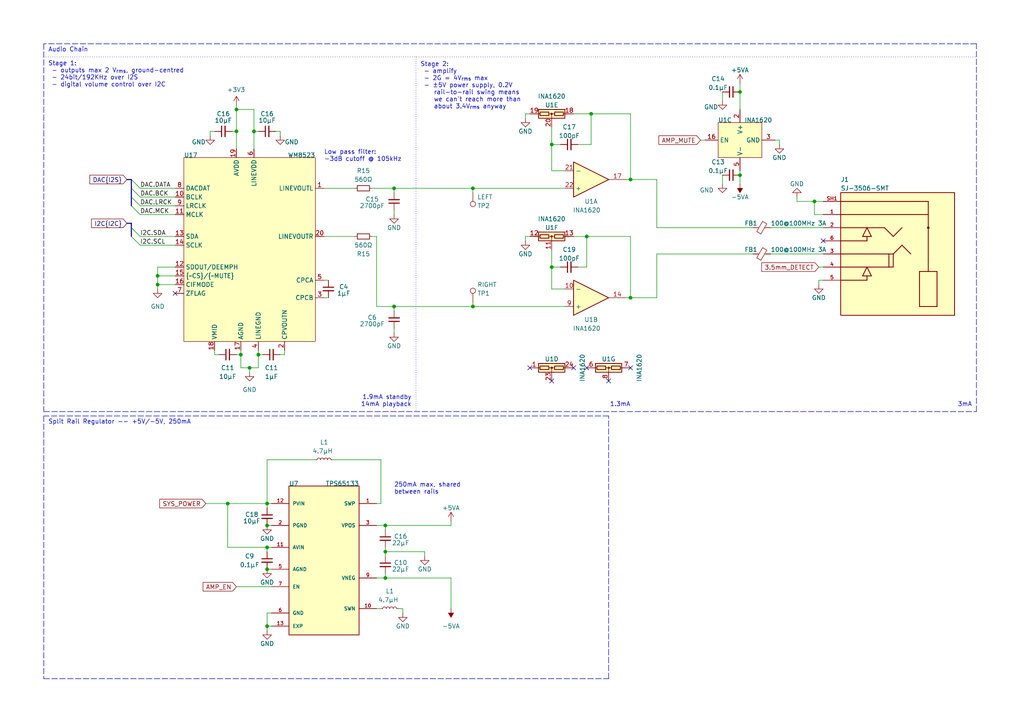
<source format=kicad_sch>
(kicad_sch (version 20230121) (generator eeschema)
  (paper "A4")
  (title_block (title "TANGARA") (date "2023-05-30") (rev "4") (company "made by jacqueline") (comment 1 "SPDX-License-Identifier: CERN-OHL-S-2.0"))
  (lib_symbols
    (symbol "Connector:TestPoint" (pin_numbers hide) (pin_names (offset 0.762) hide)
      (property "Reference" "TP" (at 0 6.858 0))
      (property "Value" "TestPoint" (at 0 5.08 0))
      (symbol "TestPoint_0_1"
        (circle (center 0 3.302) (radius 0.762))
      )
      (symbol "TestPoint_1_1"
        (pin passive line (at 0 0 90) (length 2.54) (name "1") (number "1"))
      )
    )
    (symbol "Device:C_Small" (pin_numbers hide) (pin_names (offset 0.254) hide)
      (property "Reference" "C" (at 0.254 1.778 0))
      (property "Value" "C_Small" (at 0.254 -2.032 0))
      (symbol "C_Small_0_1"
        (polyline (pts (xy -1.524 -0.508) (xy 1.524 -0.508)) (stroke (width 0.3302)))
        (polyline (pts (xy -1.524 0.508) (xy 1.524 0.508)) (stroke (width 0.3048)))
      )
      (symbol "C_Small_1_1"
        (pin passive line (at 0 2.54 270) (length 2.032) (name "~") (number "1"))
        (pin passive line (at 0 -2.54 90) (length 2.032) (name "~") (number "2"))
      )
    )
    (symbol "Device:Ferrite_Bead_Small" (pin_numbers hide) (pin_names (offset 0))
      (property "Reference" "FB" (at 1.905 1.27 0))
      (property "Value" "Device_Ferrite_Bead_Small" (at 1.905 -1.27 0))
      (symbol "Ferrite_Bead_Small_0_1"
        (polyline (pts (xy 0 -1.27) (xy 0 -0.7874)))
        (polyline (pts (xy 0 0.889) (xy 0 1.2954)))
        (polyline (pts (xy -1.8288 0.2794) (xy -1.1176 1.4986) (xy 1.8288 -0.2032) (xy 1.1176 -1.4224) (xy -1.8288 0.2794)))
      )
      (symbol "Ferrite_Bead_Small_1_1"
        (pin passive line (at 0 2.54 270) (length 1.27) (name "~") (number "1"))
        (pin passive line (at 0 -2.54 90) (length 1.27) (name "~") (number "2"))
      )
    )
    (symbol "Device:L_Small" (pin_numbers hide) (pin_names (offset 0.254) hide)
      (property "Reference" "L" (at 0.762 1.016 0))
      (property "Value" "L_Small" (at 0.762 -1.016 0))
      (symbol "L_Small_0_1"
        (arc (start 0 -2.032) (mid 0.5058 -1.524) (end 0 -1.016))
        (arc (start 0 -1.016) (mid 0.5058 -0.508) (end 0 0))
        (arc (start 0 0) (mid 0.5058 0.508) (end 0 1.016))
        (arc (start 0 1.016) (mid 0.5058 1.524) (end 0 2.032))
      )
      (symbol "L_Small_1_1"
        (pin passive line (at 0 2.54 270) (length 0.508) (name "~") (number "1"))
        (pin passive line (at 0 -2.54 90) (length 0.508) (name "~") (number "2"))
      )
    )
    (symbol "Device:R_Small" (pin_numbers hide) (pin_names (offset 0.254) hide)
      (property "Reference" "R" (at 0.762 0.508 0))
      (property "Value" "R_Small" (at 0.762 -1.016 0))
      (symbol "R_Small_0_1"
        (rectangle (start -0.762 1.778) (end 0.762 -1.778) (stroke (width 0.2032)))
      )
      (symbol "R_Small_1_1"
        (pin passive line (at 0 2.54 270) (length 0.762) (name "~") (number "1"))
        (pin passive line (at 0 -2.54 90) (length 0.762) (name "~") (number "2"))
      )
    )
    (symbol "power:+3V3" (power) (pin_names (offset 0))
      (property "Value" "+3V3" (at 0 3.556 0))
      (symbol "+3V3_0_1"
        (polyline (pts (xy -0.762 1.27) (xy 0 2.54)))
        (polyline (pts (xy 0 0) (xy 0 2.54)))
        (polyline (pts (xy 0 2.54) (xy 0.762 1.27)))
      )
      (symbol "+3V3_1_1"
        (pin power_in line (at 0 0 90) (length 0) hide (name "+3V3") (number "1"))
      )
    )
    (symbol "power:+5VA" (power) (pin_names (offset 0))
      (property "Value" "+5VA" (at 0 3.556 0))
      (symbol "+5VA_0_1"
        (polyline (pts (xy -0.762 1.27) (xy 0 2.54)))
        (polyline (pts (xy 0 0) (xy 0 2.54)))
        (polyline (pts (xy 0 2.54) (xy 0.762 1.27)))
      )
      (symbol "+5VA_1_1"
        (pin power_in line (at 0 0 90) (length 0) hide (name "+5VA") (number "1"))
      )
    )
    (symbol "power:-5VA" (power) (pin_names (offset 0))
      (property "Value" "-5VA" (at 0 3.81 0))
      (symbol "-5VA_0_0"
        (pin power_in line (at 0 0 90) (length 0) hide (name "-5VA") (number "1"))
      )
      (symbol "-5VA_0_1"
        (polyline (pts (xy 0 0) (xy 0 1.27) (xy 0.762 1.27) (xy 0 2.54) (xy -0.762 1.27) (xy 0 1.27)) (fill (type outline)))
      )
    )
    (symbol "power:GND" (power) (pin_names (offset 0))
      (property "Value" "GND" (at 0 -3.81 0))
      (symbol "GND_0_1"
        (polyline (pts (xy 0 0) (xy 0 -1.27) (xy 1.27 -1.27) (xy 0 -2.54) (xy -1.27 -1.27) (xy 0 -1.27)))
      )
      (symbol "GND_1_1"
        (pin power_in line (at 0 0 270) (length 0) hide (name "GND") (number "1"))
      )
    )
    (symbol "symbols:INA1620"
      (property "Reference" "U" (at -3.81 7.62 0))
      (symbol "INA1620_1_1"
        (polyline (pts (xy 6.35 0) (xy -3.81 5.08) (xy -3.81 -5.08) (xy 6.35 0)) (stroke (width 0.254)) (fill (type background)))
        (pin output line (at 11.43 0 180) (length 5.08) (name "") (number "17"))
        (pin input line (at -6.35 -2.54 0) (length 2.54) (name "-") (number "21"))
        (pin input line (at -6.35 2.54 0) (length 2.54) (name "+") (number "22"))
      )
      (symbol "INA1620_2_1"
        (polyline (pts (xy 6.35 0) (xy -3.81 5.08) (xy -3.81 -5.08) (xy 6.35 0)) (stroke (width 0.254)) (fill (type background)))
        (pin input line (at -6.35 -2.54 0) (length 2.54) (name "-") (number "10"))
        (pin output line (at 11.43 0 180) (length 5.08) (name "") (number "14"))
        (pin input line (at -6.35 2.54 0) (length 2.54) (name "+") (number "9"))
      )
      (symbol "INA1620_3_1"
        (rectangle (start -6.35 5.08) (end 6.35 -5.08) (fill (type background)))
        (pin no_connect line (at -6.35 1.27 0) (length 3.81) hide (name "NC") (number "15"))
        (pin power_in line (at -10.16 0 0) (length 3.81) (name "EN") (number "16"))
        (pin power_in line (at 0 8.89 270) (length 3.81) (name "V+") (number "2"))
        (pin power_in line (at 0 -8.89 90) (length 3.81) hide (name "EP") (number "25"))
        (pin power_in line (at 10.16 0 180) (length 3.81) (name "GND") (number "3"))
        (pin no_connect line (at -6.35 -1.27 0) (length 3.81) hide (name "NC") (number "4"))
        (pin power_in line (at 0 -8.89 90) (length 3.81) (name "V-") (number "5"))
      )
      (symbol "INA1620_4_1"
        (rectangle (start -1.27 3.81) (end 1.27 -3.81) (stroke (width 0.254)) (fill (type background)))
        (rectangle (start -0.508 -0.8382) (end 0.508 -3.3782) (stroke (width 0.254)))
        (rectangle (start -0.508 3.3782) (end 0.508 0.8382) (stroke (width 0.254)))
        (polyline (pts (xy 0 -5.08) (xy 0 -3.429)))
        (polyline (pts (xy 0 0.889) (xy 0 -0.889)))
        (polyline (pts (xy 0 5.08) (xy 0 3.3782)))
        (polyline (pts (xy 1.27 0) (xy 0 0)))
        (circle (center 0 0.0254) (radius 0.254) (fill (type outline)))
        (pin passive line (at 0 -6.35 90) (length 2.54) (name "~") (number "1"))
        (pin passive line (at 3.81 0 180) (length 2.54) (name "~") (number "23"))
        (pin passive line (at 0 6.35 270) (length 2.54) (name "") (number "24"))
      )
      (symbol "INA1620_5_1"
        (rectangle (start -1.27 3.81) (end 1.27 -3.81) (stroke (width 0.254)) (fill (type background)))
        (rectangle (start -0.508 -0.8382) (end 0.508 -3.3782) (stroke (width 0.254)))
        (rectangle (start -0.508 3.3782) (end 0.508 0.8382) (stroke (width 0.254)))
        (polyline (pts (xy 0 -5.08) (xy 0 -3.429)))
        (polyline (pts (xy 0 0.889) (xy 0 -0.889)))
        (polyline (pts (xy 0 5.08) (xy 0 3.3782)))
        (polyline (pts (xy 1.27 0) (xy 0 0)))
        (circle (center 0 0.0254) (radius 0.254) (fill (type outline)))
        (pin passive line (at 0 -6.35 90) (length 2.54) (name "~") (number "18"))
        (pin passive line (at 0 6.35 270) (length 2.54) (name "~") (number "19"))
        (pin passive line (at 3.81 0 180) (length 2.54) (name "~") (number "20"))
      )
      (symbol "INA1620_6_1"
        (rectangle (start -1.27 3.81) (end 1.27 -3.81) (stroke (width 0.254)) (fill (type background)))
        (rectangle (start -0.508 -0.8382) (end 0.508 -3.3782) (stroke (width 0.254)))
        (rectangle (start -0.508 3.3782) (end 0.508 0.8382) (stroke (width 0.254)))
        (polyline (pts (xy 0 -5.08) (xy 0 -3.429)))
        (polyline (pts (xy 0 0.889) (xy 0 -0.889)))
        (polyline (pts (xy 0 5.08) (xy 0 3.3782)))
        (polyline (pts (xy 1.27 0) (xy 0 0)))
        (circle (center 0 0.0254) (radius 0.254) (fill (type outline)))
        (pin passive line (at 3.81 0 180) (length 2.54) (name "~") (number "11"))
        (pin passive line (at 0 6.35 270) (length 2.54) (name "~") (number "12"))
        (pin passive line (at 0 -6.35 90) (length 2.54) (name "~") (number "13"))
      )
      (symbol "INA1620_7_1"
        (rectangle (start -1.27 3.81) (end 1.27 -3.81) (stroke (width 0.254)) (fill (type background)))
        (rectangle (start -0.508 -0.8382) (end 0.508 -3.3782) (stroke (width 0.254)))
        (rectangle (start -0.508 3.3782) (end 0.508 0.8382) (stroke (width 0.254)))
        (polyline (pts (xy 0 -5.08) (xy 0 -3.429)))
        (polyline (pts (xy 0 0.889) (xy 0 -0.889)))
        (polyline (pts (xy 0 5.08) (xy 0 3.3782)))
        (polyline (pts (xy 1.27 0) (xy 0 0)))
        (circle (center 0 0.0254) (radius 0.254) (fill (type outline)))
        (pin passive line (at 0 -6.35 90) (length 2.54) (name "~") (number "6"))
        (pin passive line (at 0 6.35 270) (length 2.54) (name "~") (number "7"))
        (pin passive line (at 3.81 0 180) (length 2.54) (name "~") (number "8"))
      )
    )
    (symbol "symbols:SJ-3506-SMT" (pin_names (offset 1.016))
      (property "Reference" "J" (at -17.783 17.7838 0))
      (property "Value" "SJ-3506-SMT" (at -17.7835 -25.4051 0))
      (symbol "SJ-3506-SMT_0_0"
        (rectangle (start -17.78 17.78) (end 15.24 -17.78) (stroke (width 0.254)) (fill (type background)))
        (circle (center -10.16 7.62) (radius 0.254) (stroke (width 0.254)))
        (polyline (pts (xy -12.7 -15.24) (xy -7.62 -15.24)) (stroke (width 0.254)))
        (polyline (pts (xy -12.7 -5.08) (xy -12.7 -15.24)) (stroke (width 0.254)))
        (polyline (pts (xy -10.16 -5.08) (xy -12.7 -5.08)) (stroke (width 0.254)))
        (polyline (pts (xy -10.16 -5.08) (xy -10.16 7.62)) (stroke (width 0.254)))
        (polyline (pts (xy -10.16 7.62) (xy -10.16 15.24)) (stroke (width 0.254)))
        (polyline (pts (xy -10.16 11.43) (xy 15.24 11.43)) (stroke (width 0.254)))
        (polyline (pts (xy -10.16 15.24) (xy 15.24 15.24)) (stroke (width 0.254)))
        (polyline (pts (xy -7.62 -15.24) (xy -7.62 -5.08)) (stroke (width 0.254)))
        (polyline (pts (xy -7.62 -5.08) (xy -10.16 -5.08)) (stroke (width 0.254)))
        (polyline (pts (xy -5.08 0) (xy -2.54 2.54)) (stroke (width 0.254)))
        (polyline (pts (xy -2.54 2.54) (xy 0 0)) (stroke (width 0.254)))
        (polyline (pts (xy -2.54 7.62) (xy 0 5.08)) (stroke (width 0.254)))
        (polyline (pts (xy 0 -3.81) (xy 1.27 -3.81)) (stroke (width 0.254)))
        (polyline (pts (xy 0 0) (xy 0 -3.81)) (stroke (width 0.254)))
        (polyline (pts (xy 0 0) (xy 1.27 0)) (stroke (width 0.254)))
        (polyline (pts (xy 0 5.08) (xy 2.54 7.62)) (stroke (width 0.254)))
        (polyline (pts (xy 1.27 -3.81) (xy 15.24 -3.81)) (stroke (width 0.254)))
        (polyline (pts (xy 1.27 0) (xy 1.27 -3.81)) (stroke (width 0.254)))
        (polyline (pts (xy 1.27 0) (xy 15.24 0)) (stroke (width 0.254)))
        (polyline (pts (xy 2.54 7.62) (xy 7.62 7.62)) (stroke (width 0.254)))
        (polyline (pts (xy 6.35 -6.35) (xy 8.89 -6.35)) (stroke (width 0.254)))
        (polyline (pts (xy 6.35 5.08) (xy 8.89 5.08)) (stroke (width 0.254)))
        (polyline (pts (xy 7.62 -7.62) (xy 7.62 -6.35)) (stroke (width 0.254)))
        (polyline (pts (xy 7.62 -7.62) (xy 15.24 -7.62)) (stroke (width 0.254)))
        (polyline (pts (xy 7.62 -3.81) (xy 6.35 -6.35)) (stroke (width 0.254)))
        (polyline (pts (xy 7.62 3.81) (xy 15.24 3.81)) (stroke (width 0.254)))
        (polyline (pts (xy 7.62 5.08) (xy 7.62 3.81)) (stroke (width 0.254)))
        (polyline (pts (xy 7.62 7.62) (xy 6.35 5.08)) (stroke (width 0.254)))
        (polyline (pts (xy 7.62 7.62) (xy 15.24 7.62)) (stroke (width 0.254)))
        (polyline (pts (xy 8.89 -6.35) (xy 7.62 -3.81)) (stroke (width 0.254)))
        (polyline (pts (xy 8.89 5.08) (xy 7.62 7.62)) (stroke (width 0.254)))
        (pin passive line (at 20.32 11.43 180) (length 5.08) (name "~") (number "1"))
        (pin passive line (at 20.32 7.62 180) (length 5.08) (name "~") (number "2"))
        (pin passive line (at 20.32 0 180) (length 5.08) (name "~") (number "3"))
        (pin passive line (at 20.32 -3.81 180) (length 5.08) (name "~") (number "4"))
        (pin passive line (at 20.32 -7.62 180) (length 5.08) (name "~") (number "5"))
        (pin passive line (at 20.32 3.81 180) (length 5.08) (name "~") (number "6"))
        (pin passive line (at 20.32 15.24 180) (length 5.08) (name "~") (number "SH1"))
        (pin passive line (at 20.32 15.24 180) (length 5.08) hide (name "~") (number "SH2"))
      )
    )
    (symbol "symbols:TPS65135RTER" (pin_names (offset 1.016))
      (property "Reference" "U" (at -10.16 23.622 0))
      (property "Value" "TPS65135RTER" (at -10.16 -22.86 0))
      (symbol "TPS65135RTER_0_0"
        (rectangle (start -10.16 22.86) (end 10.16 -20.32) (stroke (width 0.254)) (fill (type background)))
        (pin bidirectional line (at 15.24 17.78 180) (length 5.08) (name "SWP") (number "1"))
        (pin bidirectional line (at 15.24 -12.7 180) (length 5.08) (name "SWN") (number "10"))
        (pin bidirectional line (at -15.24 5.08 0) (length 5.08) (name "AVIN") (number "11"))
        (pin bidirectional line (at -15.24 17.78 0) (length 5.08) (name "PVIN") (number "12"))
        (pin power_in line (at -15.24 -17.78 0) (length 5.08) (name "EXP") (number "13"))
        (pin power_in line (at -15.24 11.43 0) (length 5.08) (name "PGND") (number "2"))
        (pin output line (at 15.24 11.43 180) (length 5.08) (name "VPOS") (number "3"))
        (pin power_in line (at -15.24 -13.97 0) (length 5.08) hide (name "GND") (number "4"))
        (pin input line (at -15.24 -1.27 0) (length 5.08) (name "AGND") (number "5"))
        (pin power_in line (at -15.24 -13.97 0) (length 5.08) (name "GND") (number "6"))
        (pin input line (at -15.24 -6.35 0) (length 5.08) (name "EN") (number "7"))
        (pin output line (at -15.24 -13.97 0) (length 5.08) hide (name "GND") (number "8"))
        (pin output line (at 15.24 -3.81 180) (length 5.08) (name "VNEG") (number "9"))
      )
    )
    (symbol "symbols:WM8523"
      (property "Reference" "U" (at -3.81 5.08 0))
      (symbol "WM8523_0_0"
        (pin output line (at 21.59 16.51 180) (length 2.54) (name "LINEVOUTL") (number "1"))
        (pin output line (at -21.59 13.97 0) (length 2.54) (name "BCLK") (number "10"))
        (pin output line (at -21.59 8.89 0) (length 2.54) (name "MCLK") (number "11"))
        (pin output line (at -21.59 -6.35 0) (length 2.54) (name "SDOUT/DEEMPH") (number "12"))
        (pin output line (at -21.59 2.54 0) (length 2.54) (name "SDA") (number "13"))
        (pin output line (at -21.59 0 0) (length 2.54) (name "SCLK") (number "14"))
        (pin output line (at -21.59 -8.89 0) (length 2.54) (name "{~CS}/{~MUTE}") (number "15"))
        (pin output line (at -21.59 -11.43 0) (length 2.54) (name "CIFMODE") (number "16"))
        (pin output line (at -2.54 -30.48 90) (length 2.54) (name "AGND") (number "17"))
        (pin output line (at -10.16 -30.48 90) (length 2.54) (name "VMID") (number "18"))
        (pin output line (at -3.81 27.94 270) (length 2.54) (name "AVDD") (number "19"))
        (pin output line (at 10.16 -30.48 90) (length 2.54) (name "CPVOUTN") (number "2"))
        (pin output line (at 21.59 2.54 180) (length 2.54) (name "LINEVOUTR") (number "20"))
        (pin output line (at 21.59 -15.24 180) (length 2.54) (name "CPCB") (number "3"))
        (pin output line (at 2.54 -30.48 90) (length 2.54) (name "LINEGND") (number "4"))
        (pin output line (at 21.59 -10.16 180) (length 2.54) (name "CPCA") (number "5"))
        (pin output line (at 1.27 27.94 270) (length 2.54) (name "LINEVDD") (number "6"))
        (pin output line (at -21.59 -13.97 0) (length 2.54) (name "ZFLAG") (number "7"))
        (pin output line (at -21.59 16.51 0) (length 2.54) (name "DACDAT") (number "8"))
        (pin output line (at -21.59 11.43 0) (length 2.54) (name "LRCLK") (number "9"))
      )
      (symbol "WM8523_0_1"
        (rectangle (start -19.05 25.4) (end 19.05 -27.94) (fill (type background)))
      )
    )
  )
  (junction (at 236.22 58.42))
  (junction (at 137.16 88.9))
  (junction (at 68.58 31.75))
  (junction (at 45.72 80.01))
  (junction (at 74.93 102.87))
  (junction (at 66.04 146.05))
  (junction (at 77.47 181.61))
  (junction (at 171.45 33.02))
  (junction (at 111.76 167.64))
  (junction (at 77.47 165.1))
  (junction (at 77.47 152.4))
  (junction (at 214.63 26.67))
  (junction (at 77.47 158.75))
  (junction (at 214.63 50.8))
  (junction (at 73.66 38.1))
  (junction (at 137.16 54.61))
  (junction (at 160.02 77.47))
  (junction (at 182.88 86.36))
  (junction (at 68.58 38.1))
  (junction (at 111.76 152.4))
  (junction (at 160.02 41.91))
  (junction (at 111.76 160.02))
  (junction (at 72.39 106.68))
  (junction (at 77.47 146.05))
  (junction (at 69.85 102.87))
  (junction (at 182.88 52.07))
  (junction (at 170.18 68.58))
  (junction (at 114.3 88.9))
  (junction (at 45.72 82.55))
  (junction (at 114.3 54.61))
  (no_connect (at 166.37 106.68))
  (no_connect (at 50.8 85.09))
  (no_connect (at 153.67 106.68))
  (no_connect (at 182.88 106.68))
  (no_connect (at 170.18 106.68))
  (no_connect (at 238.76 69.85))
  (no_connect (at 176.53 110.49))
  (no_connect (at 160.02 110.49))
  (bus_entry (at 38.1 52.07) (size 2.54 2.54))
  (bus_entry (at 38.1 59.69) (size 2.54 2.54))
  (bus_entry (at 40.64 71.12) (size -2.54 -2.54))
  (bus_entry (at 38.1 57.15) (size 2.54 2.54))
  (bus_entry (at 38.1 54.61) (size 2.54 2.54))
  (bus_entry (at 40.64 68.58) (size -2.54 -2.54))
  (wire (pts (xy 109.22 146.05) (xy 110.49 146.05)))
  (polyline (pts (xy 12.7 16.51) (xy 283.21 16.51)) (stroke (width 0) (type dot)))
  (bus (pts (xy 38.1 54.61) (xy 38.1 57.15)))
  (wire (pts (xy 182.88 68.58) (xy 182.88 86.36)))
  (wire (pts (xy 68.58 31.75) (xy 68.58 38.1)))
  (wire (pts (xy 82.55 102.87) (xy 81.28 102.87)))
  (polyline (pts (xy 283.21 12.7) (xy 12.7 12.7)) (stroke (width 0) (type dash)))
  (polyline (pts (xy 283.21 119.38) (xy 283.21 12.7)) (stroke (width 0) (type dash)))
  (wire (pts (xy 181.61 86.36) (xy 182.88 86.36)))
  (wire (pts (xy 181.61 52.07) (xy 182.88 52.07)))
  (wire (pts (xy 160.02 77.47) (xy 160.02 83.82)))
  (polyline (pts (xy 120.65 16.51) (xy 120.65 119.38)) (stroke (width 0) (type dot)))
  (wire (pts (xy 40.64 68.58) (xy 50.8 68.58)))
  (wire (pts (xy 77.47 133.35) (xy 91.44 133.35)))
  (wire (pts (xy 110.49 176.53) (xy 109.22 176.53)))
  (wire (pts (xy 62.23 102.87) (xy 63.5 102.87)))
  (wire (pts (xy 93.98 54.61) (xy 102.87 54.61)))
  (wire (pts (xy 160.02 72.39) (xy 160.02 77.47)))
  (wire (pts (xy 170.18 77.47) (xy 170.18 68.58)))
  (wire (pts (xy 226.06 40.64) (xy 224.79 40.64)))
  (wire (pts (xy 73.66 31.75) (xy 68.58 31.75)))
  (wire (pts (xy 66.04 158.75) (xy 66.04 146.05)))
  (wire (pts (xy 237.49 77.47) (xy 238.76 77.47)))
  (wire (pts (xy 160.02 83.82) (xy 163.83 83.82)))
  (wire (pts (xy 190.5 66.04) (xy 218.44 66.04)))
  (wire (pts (xy 231.14 58.42) (xy 231.14 57.15)))
  (wire (pts (xy 45.72 80.01) (xy 45.72 82.55)))
  (wire (pts (xy 214.63 49.53) (xy 214.63 50.8)))
  (wire (pts (xy 50.8 77.47) (xy 45.72 77.47)))
  (wire (pts (xy 190.5 52.07) (xy 182.88 52.07)))
  (wire (pts (xy 114.3 62.23) (xy 114.3 60.96)))
  (wire (pts (xy 62.23 101.6) (xy 62.23 102.87)))
  (wire (pts (xy 116.84 176.53) (xy 116.84 177.8)))
  (wire (pts (xy 77.47 147.32) (xy 77.47 146.05)))
  (wire (pts (xy 68.58 38.1) (xy 68.58 43.18)))
  (wire (pts (xy 167.64 41.91) (xy 171.45 41.91)))
  (wire (pts (xy 110.49 146.05) (xy 110.49 133.35)))
  (wire (pts (xy 40.64 54.61) (xy 50.8 54.61)))
  (wire (pts (xy 111.76 152.4) (xy 111.76 153.67)))
  (wire (pts (xy 166.37 33.02) (xy 171.45 33.02)))
  (polyline (pts (xy 176.53 120.65) (xy 12.7 120.65)) (stroke (width 0) (type dash)))
  (wire (pts (xy 77.47 182.88) (xy 77.47 181.61)))
  (wire (pts (xy 93.98 68.58) (xy 102.87 68.58)))
  (wire (pts (xy 130.81 167.64) (xy 111.76 167.64)))
  (wire (pts (xy 68.58 30.48) (xy 68.58 31.75)))
  (bus (pts (xy 36.83 64.77) (xy 38.1 64.77)))
  (wire (pts (xy 69.85 102.87) (xy 68.58 102.87)))
  (wire (pts (xy 77.47 146.05) (xy 77.47 133.35)))
  (wire (pts (xy 114.3 96.52) (xy 114.3 95.25)))
  (wire (pts (xy 160.02 36.83) (xy 160.02 41.91)))
  (wire (pts (xy 62.23 38.1) (xy 60.96 38.1)))
  (wire (pts (xy 137.16 88.9) (xy 163.83 88.9)))
  (wire (pts (xy 153.67 68.58) (xy 152.4 68.58)))
  (wire (pts (xy 69.85 106.68) (xy 69.85 102.87)))
  (wire (pts (xy 95.25 86.36) (xy 93.98 86.36)))
  (wire (pts (xy 81.28 38.1) (xy 80.01 38.1)))
  (wire (pts (xy 74.93 106.68) (xy 72.39 106.68)))
  (wire (pts (xy 111.76 160.02) (xy 111.76 161.29)))
  (wire (pts (xy 130.81 151.13) (xy 130.81 152.4)))
  (wire (pts (xy 231.14 58.42) (xy 236.22 58.42)))
  (wire (pts (xy 69.85 101.6) (xy 69.85 102.87)))
  (wire (pts (xy 74.93 102.87) (xy 76.2 102.87)))
  (wire (pts (xy 171.45 33.02) (xy 182.88 33.02)))
  (wire (pts (xy 81.28 39.37) (xy 81.28 38.1)))
  (wire (pts (xy 111.76 152.4) (xy 130.81 152.4)))
  (wire (pts (xy 137.16 87.63) (xy 137.16 88.9)))
  (wire (pts (xy 74.93 102.87) (xy 74.93 106.68)))
  (wire (pts (xy 109.22 152.4) (xy 111.76 152.4)))
  (wire (pts (xy 40.64 71.12) (xy 50.8 71.12)))
  (wire (pts (xy 238.76 81.28) (xy 237.49 81.28)))
  (wire (pts (xy 170.18 68.58) (xy 182.88 68.58)))
  (wire (pts (xy 77.47 181.61) (xy 78.74 181.61)))
  (wire (pts (xy 72.39 106.68) (xy 69.85 106.68)))
  (wire (pts (xy 203.2 40.64) (xy 204.47 40.64)))
  (wire (pts (xy 109.22 88.9) (xy 114.3 88.9)))
  (wire (pts (xy 114.3 54.61) (xy 137.16 54.61)))
  (wire (pts (xy 111.76 158.75) (xy 111.76 160.02)))
  (wire (pts (xy 59.69 146.05) (xy 66.04 146.05)))
  (polyline (pts (xy 12.7 12.7) (xy 12.7 119.38)) (stroke (width 0) (type dash)))
  (wire (pts (xy 237.49 81.28) (xy 237.49 82.55)))
  (wire (pts (xy 190.5 66.04) (xy 190.5 52.07)))
  (wire (pts (xy 109.22 68.58) (xy 109.22 88.9)))
  (bus (pts (xy 36.83 52.07) (xy 38.1 52.07)))
  (polyline (pts (xy 176.53 196.85) (xy 176.53 120.65)) (stroke (width 0) (type dash)))
  (wire (pts (xy 238.76 62.23) (xy 236.22 62.23)))
  (wire (pts (xy 137.16 54.61) (xy 163.83 54.61)))
  (wire (pts (xy 223.52 73.66) (xy 238.76 73.66)))
  (wire (pts (xy 40.64 62.23) (xy 50.8 62.23)))
  (wire (pts (xy 72.39 106.68) (xy 72.39 107.95)))
  (wire (pts (xy 74.93 101.6) (xy 74.93 102.87)))
  (bus (pts (xy 38.1 57.15) (xy 38.1 59.69)))
  (wire (pts (xy 60.96 38.1) (xy 60.96 39.37)))
  (wire (pts (xy 167.64 77.47) (xy 170.18 77.47)))
  (bus (pts (xy 38.1 66.04) (xy 38.1 68.58)))
  (wire (pts (xy 73.66 38.1) (xy 73.66 43.18)))
  (wire (pts (xy 123.19 160.02) (xy 111.76 160.02)))
  (wire (pts (xy 40.64 57.15) (xy 50.8 57.15)))
  (polyline (pts (xy 12.7 120.65) (xy 12.7 196.85)) (stroke (width 0) (type dash)))
  (wire (pts (xy 68.58 170.18) (xy 78.74 170.18)))
  (wire (pts (xy 109.22 167.64) (xy 111.76 167.64)))
  (polyline (pts (xy 12.7 196.85) (xy 176.53 196.85)) (stroke (width 0) (type dash)))
  (wire (pts (xy 226.06 41.91) (xy 226.06 40.64)))
  (wire (pts (xy 114.3 88.9) (xy 137.16 88.9)))
  (wire (pts (xy 160.02 41.91) (xy 162.56 41.91)))
  (wire (pts (xy 77.47 165.1) (xy 78.74 165.1)))
  (wire (pts (xy 137.16 55.88) (xy 137.16 54.61)))
  (wire (pts (xy 77.47 158.75) (xy 78.74 158.75)))
  (wire (pts (xy 77.47 152.4) (xy 78.74 152.4)))
  (wire (pts (xy 82.55 101.6) (xy 82.55 102.87)))
  (wire (pts (xy 130.81 176.53) (xy 130.81 167.64)))
  (wire (pts (xy 110.49 133.35) (xy 96.52 133.35)))
  (wire (pts (xy 152.4 33.02) (xy 152.4 34.29)))
  (wire (pts (xy 95.25 81.28) (xy 93.98 81.28)))
  (wire (pts (xy 77.47 146.05) (xy 78.74 146.05)))
  (wire (pts (xy 111.76 166.37) (xy 111.76 167.64)))
  (wire (pts (xy 223.52 66.04) (xy 238.76 66.04)))
  (wire (pts (xy 160.02 77.47) (xy 162.56 77.47)))
  (wire (pts (xy 107.95 68.58) (xy 109.22 68.58)))
  (wire (pts (xy 45.72 82.55) (xy 45.72 83.82)))
  (wire (pts (xy 190.5 73.66) (xy 190.5 86.36)))
  (wire (pts (xy 153.67 33.02) (xy 152.4 33.02)))
  (bus (pts (xy 38.1 52.07) (xy 38.1 54.61)))
  (wire (pts (xy 115.57 176.53) (xy 116.84 176.53)))
  (wire (pts (xy 50.8 82.55) (xy 45.72 82.55)))
  (wire (pts (xy 171.45 41.91) (xy 171.45 33.02)))
  (wire (pts (xy 114.3 88.9) (xy 114.3 90.17)))
  (wire (pts (xy 77.47 158.75) (xy 66.04 158.75)))
  (wire (pts (xy 214.63 24.13) (xy 214.63 26.67)))
  (wire (pts (xy 236.22 58.42) (xy 236.22 62.23)))
  (wire (pts (xy 66.04 146.05) (xy 77.47 146.05)))
  (wire (pts (xy 123.19 161.29) (xy 123.19 160.02)))
  (wire (pts (xy 74.93 38.1) (xy 73.66 38.1)))
  (wire (pts (xy 78.74 177.8) (xy 77.47 177.8)))
  (wire (pts (xy 77.47 160.02) (xy 77.47 158.75)))
  (wire (pts (xy 152.4 68.58) (xy 152.4 69.85)))
  (wire (pts (xy 214.63 26.67) (xy 214.63 31.75)))
  (wire (pts (xy 163.83 49.53) (xy 160.02 49.53)))
  (wire (pts (xy 107.95 54.61) (xy 114.3 54.61)))
  (wire (pts (xy 190.5 73.66) (xy 218.44 73.66)))
  (wire (pts (xy 182.88 33.02) (xy 182.88 52.07)))
  (wire (pts (xy 166.37 68.58) (xy 170.18 68.58)))
  (wire (pts (xy 67.31 38.1) (xy 68.58 38.1)))
  (wire (pts (xy 50.8 80.01) (xy 45.72 80.01)))
  (wire (pts (xy 40.64 59.69) (xy 50.8 59.69)))
  (wire (pts (xy 209.55 26.67) (xy 209.55 29.21)))
  (wire (pts (xy 214.63 50.8) (xy 214.63 53.34)))
  (wire (pts (xy 160.02 41.91) (xy 160.02 49.53)))
  (wire (pts (xy 45.72 77.47) (xy 45.72 80.01)))
  (polyline (pts (xy 12.7 119.38) (xy 283.21 119.38)) (stroke (width 0) (type dash)))
  (wire (pts (xy 73.66 38.1) (xy 73.66 31.75)))
  (wire (pts (xy 182.88 86.36) (xy 190.5 86.36)))
  (wire (pts (xy 77.47 177.8) (xy 77.47 181.61)))
  (wire (pts (xy 114.3 54.61) (xy 114.3 55.88)))
  (wire (pts (xy 236.22 58.42) (xy 238.76 58.42)))
  (bus (pts (xy 38.1 64.77) (xy 38.1 66.04)))
  (wire (pts (xy 209.55 53.34) (xy 209.55 50.8)))
  (text "Low pass filter:\n-3dB cutoff @ 105kHz" (at 93.98 46.99 0) (effects (font (size 1.27 1.27)) (justify left bottom)))
  (text "Stage 2:\n - amplify\n - 2G = 4V_{rms} max\n - ±5V power supply, 0.2V\n    rail-to-rail swing means\n    we can't reach more than\n    about 3.4V_{rms} anyway" (at 121.92 31.75 0) (effects (font (size 1.27 1.27)) (justify left bottom)))
  (text "1.9mA standby\n14mA playback" (at 119.38 118.11 0) (effects (font (size 1.27 1.27)) (justify right bottom)))
  (text "Audio Chain\n" (at 13.97 15.24 0) (effects (font (size 1.27 1.27)) (justify left bottom)))
  (text "Stage 1:\n - outputs max 2 V_{rms}, ground-centred\n - 24bit/192KHz over I2S\n - digital volume control over I2C" (at 13.97 25.4 0) (effects (font (size 1.27 1.27)) (justify left bottom)))
  (text "250mA max, shared\nbetween rails" (at 114.3 143.51 0) (effects (font (size 1.27 1.27)) (justify left bottom)))
  (text "3mA" (at 281.94 118.11 0) (effects (font (size 1.27 1.27)) (justify right bottom)))
  (text "1.3mA" (at 182.88 118.11 0) (effects (font (size 1.27 1.27)) (justify right bottom)))
  (text "Split Rail Regulator -- +5V/-5V, 250mA" (at 13.97 123.19 0) (effects (font (size 1.27 1.27)) (justify left bottom)))
  (label "I2C.SDA" (at 40.64 68.58 0))
  (label "DAC.MCK" (at 40.64 62.23 0))
  (label "DAC.LRCK" (at 40.64 59.69 0))
  (label "DAC.DATA" (at 40.64 54.61 0))
  (label "DAC.BCK" (at 40.64 57.15 0))
  (label "I2C.SCL" (at 40.64 71.12 0))
  (global_label "3.5mm_DETECT" (shape input) (at 237.49 77.47 180) (property "Intersheetrefs" "${INTERSHEET_REFS}" (effects hide)))
  (global_label "AMP_EN" (shape input) (at 68.58 170.18 180) (property "Intersheetrefs" "${INTERSHEET_REFS}" (effects hide)))
  (global_label "I2C{I2C}" (shape input) (at 36.83 64.77 180) (property "Intersheetrefs" "${INTERSHEET_REFS}" (effects hide)))
  (global_label "DAC{I2S}" (shape input) (at 36.83 52.07 180) (property "Intersheetrefs" "${INTERSHEET_REFS}" (effects hide)))
  (global_label "AMP_MUTE" (shape input) (at 203.2 40.64 180) (property "Intersheetrefs" "${INTERSHEET_REFS}" (effects hide)))
  (global_label "SYS_POWER" (shape input) (at 59.69 146.05 180) (property "Intersheetrefs" "${INTERSHEET_REFS}" (effects hide)))
  (symbol (lib_id "power:GND") (at 77.47 165.1 0) (unit 1)
    (property "Reference" "#PWR015" (effects hide))
    (property "Value" "GND" (at 77.47 168.91 0))
  )
  (symbol (lib_id "symbols:SJ-3506-SMT") (at 259.08 73.66 0) (mirror y) (unit 1)
    (property "Reference" "J1" (at 243.84 52.07 0) (effects (justify right)))
    (property "Value" "SJ-3506-SMT" (at 243.84 54.61 0) (effects (justify right)))
    (property "Footprint" "footprints:CUI_SJ-3506-SMT" (effects hide))
    (property "MPN" "SJ-3506-SMT-TR" (effects hide))
  )
  (symbol (lib_id "power:+3V3") (at 68.58 30.48 0) (unit 1)
    (property "Reference" "#PWR07" (effects hide))
    (property "Value" "+3V3" (at 71.12 26.035 0) (effects (justify right)))
  )
  (symbol (lib_id "power:GND") (at 226.06 41.91 0) (unit 1)
    (property "Reference" "#PWR038" (effects hide))
    (property "Value" "GND" (at 226.06 45.72 0))
  )
  (symbol (lib_id "Device:Ferrite_Bead_Small") (at 220.98 66.04 90) (unit 1)
    (property "Reference" "FB1" (at 219.71 64.77 90) (effects (justify left)))
    (property "Value" "100@100MHz 3A" (at 223.52 64.77 90) (effects (justify right)))
    (property "Footprint" "Inductor_SMD:L_0603_1608Metric" (effects hide))
    (property "MPN" "BLM18KG101TN1D" (effects hide))
    (instances (project "tangara-mainboard" (path "" (reference "FB1") (unit 1)) (path "" (reference "FB2") (unit 1)) (path "" (reference "FB3") (unit 1))) (project "reform2-motherboard" (path "" (reference "FB17") (unit 1))))
  )
  (symbol (lib_id "Device:Ferrite_Bead_Small") (at 220.98 73.66 90) (unit 1)
    (property "Reference" "FB1" (at 219.71 72.39 90) (effects (justify left)))
    (property "Value" "100@100MHz 3A" (at 223.52 72.39 90) (effects (justify right)))
    (property "Footprint" "Inductor_SMD:L_0603_1608Metric" (effects hide))
    (property "MPN" "BLM18KG101TN1D" (effects hide))
    (instances (project "tangara-mainboard" (path "" (reference "FB1") (unit 1)) (path "" (reference "FB2") (unit 1)) (path "" (reference "FB4") (unit 1))) (project "reform2-motherboard" (path "" (reference "FB17") (unit 1))))
  )
  (symbol (lib_id "symbols:INA1620") (at 214.63 40.64 0) (unit 3)
    (property "Reference" "U1" (at 208.28 35.56 0) (effects (justify left bottom)))
    (property "Value" "INA1620" (at 215.9 35.56 0) (effects (justify left bottom)))
    (property "Footprint" "Package_DFN_QFN:QFN-24-1EP_4x4mm_P0.5mm_EP2.7x2.7mm_ThermalVias" (effects hide))
    (property "MPN" "INA1620RTWR" (effects hide))
  )
  (symbol (lib_id "power:GND") (at 60.96 39.37 0) (unit 1)
    (property "Reference" "#PWR017" (effects hide))
    (property "Value" "GND" (at 59.69 41.91 0) (effects (justify right bottom)))
  )
  (symbol (lib_id "Device:C_Small") (at 165.1 77.47 90) (unit 1)
    (property "Reference" "C19" (at 165.1063 72.39 90))
    (property "Value" "100pF" (at 165.1063 74.93 90))
    (property "Footprint" "Capacitor_SMD:C_0603_1608Metric" (effects hide))
  )
  (symbol (lib_id "Device:C_Small") (at 114.3 58.42 180) (unit 1)
    (property "Reference" "C15" (at 107.95 57.785 0))
    (property "Value" "2700pF" (at 107.95 59.69 0))
    (property "Footprint" "Capacitor_SMD:C_0603_1608Metric" (effects hide))
    (property "MPN" "GRM1885C1H272JA01D" (effects hide))
  )
  (symbol (lib_id "power:+5VA") (at 130.81 151.13 0) (unit 1)
    (property "Reference" "#PWR019" (effects hide))
    (property "Value" "+5VA" (at 130.81 147.32 0))
  )
  (symbol (lib_id "Device:L_Small") (at 113.03 176.53 270) (mirror x) (unit 1)
    (property "Reference" "L1" (at 114.3 171.45 90) (effects (justify right)))
    (property "Value" "4.7μH" (at 115.57 173.99 90) (effects (justify right)))
    (property "Footprint" "Inductor_SMD:L_1008_2520Metric" (effects hide))
    (property "MPN" "1239AS-H-4R7M" (effects hide))
  )
  (symbol (lib_id "Device:C_Small") (at 111.76 163.83 0) (unit 1)
    (property "Reference" "C10" (at 116.205 163.195 0))
    (property "Value" "22μF" (at 116.205 165.1 0))
    (property "Footprint" "Capacitor_SMD:C_1206_3216Metric" (effects hide))
    (property "MPN" "GRM319R61C226KE15D" (effects hide))
  )
  (symbol (lib_id "symbols:WM8523") (at 72.39 71.12 0) (unit 1)
    (property "Reference" "U17" (at 53.34 45.72 0) (effects (justify left bottom)))
    (property "Value" "WM8523" (at 91.44 45.72 0) (effects (justify right bottom)))
    (property "Footprint" "Package_SO:SSOP-20_4.4x6.5mm_P0.65mm" (effects hide))
    (property "MPN" "WM8523GEDT/R" (effects hide))
  )
  (symbol (lib_id "Device:R_Small") (at 105.41 68.58 90) (mirror x) (unit 1)
    (property "Reference" "R15" (at 105.41 73.66 90))
    (property "Value" "560Ω" (at 105.41 71.12 90))
    (property "Footprint" "Resistor_SMD:R_0805_2012Metric" (effects hide))
    (property "MPN" "ERJ-P06F5600V" (effects hide))
  )
  (symbol (lib_id "power:GND") (at 209.55 29.21 0) (unit 1)
    (property "Reference" "#PWR037" (effects hide))
    (property "Value" "GND" (at 208.28 31.75 0) (effects (justify right bottom)))
  )
  (symbol (lib_id "Device:C_Small") (at 95.25 83.82 0) (unit 1)
    (property "Reference" "C4" (at 99.695 83.185 0))
    (property "Value" "1μF" (at 99.695 85.09 0))
    (property "Footprint" "Capacitor_SMD:C_0805_2012Metric" (effects hide))
    (property "MPN" "GRM216R61C105KA88D" (effects hide))
  )
  (symbol (lib_id "symbols:TPS65135RTER") (at 93.98 163.83 0) (unit 1)
    (property "Reference" "U7" (at 83.82 140.97 0) (effects (justify left bottom)))
    (property "Value" "TPS65133" (at 104.14 140.97 0) (effects (justify right bottom)))
    (property "Footprint" "footprints:SON40P300X300X80-13N" (effects hide))
    (property "MPN" "TPS65133DPDR" (effects hide))
  )
  (symbol (lib_id "power:GND") (at 81.28 39.37 0) (unit 1)
    (property "Reference" "#PWR017" (effects hide))
    (property "Value" "GND" (at 82.55 41.91 0) (effects (justify left bottom)))
  )
  (symbol (lib_id "power:GND") (at 45.72 83.82 0) (unit 1)
    (property "Reference" "#PWR034" (effects hide))
    (property "Value" "GND" (at 45.72 88.9 0))
  )
  (symbol (lib_id "power:GND") (at 114.3 62.23 0) (unit 1)
    (property "Reference" "#PWR017" (effects hide))
    (property "Value" "GND" (at 114.3 66.04 0))
  )
  (symbol (lib_id "Connector:TestPoint") (at 137.16 87.63 0) (mirror y) (unit 1)
    (property "Reference" "TP1" (at 138.43 85.09 0) (effects (justify right)))
    (property "Value" "RIGHT" (at 138.43 82.55 0) (effects (justify right)))
    (property "Footprint" "TestPoint:TestPoint_Pad_D1.5mm" (effects hide))
  )
  (symbol (lib_id "power:GND") (at 72.39 107.95 0) (unit 1)
    (property "Reference" "#PWR034" (effects hide))
    (property "Value" "GND" (at 72.39 113.03 0))
  )
  (symbol (lib_id "power:GND") (at 237.49 82.55 0) (mirror y) (unit 1)
    (property "Reference" "#PWR018" (effects hide))
    (property "Value" "GND" (at 237.49 86.36 0))
  )
  (symbol (lib_id "power:GND") (at 114.3 96.52 0) (unit 1)
    (property "Reference" "#PWR016" (effects hide))
    (property "Value" "GND" (at 114.3 100.33 0))
  )
  (symbol (lib_id "Device:L_Small") (at 93.98 133.35 270) (mirror x) (unit 1)
    (property "Reference" "L1" (at 95.25 128.27 90) (effects (justify right)))
    (property "Value" "4.7μH" (at 96.52 130.81 90) (effects (justify right)))
    (property "Footprint" "Inductor_SMD:L_1008_2520Metric" (effects hide))
    (property "MPN" "1239AS-H-4R7M" (effects hide))
  )
  (symbol (lib_id "Device:C_Small") (at 78.74 102.87 90) (unit 1)
    (property "Reference" "C11" (at 78.74 106.68 90))
    (property "Value" "1μF" (at 78.74 109.22 90))
    (property "Footprint" "Capacitor_SMD:C_0805_2012Metric" (effects hide))
    (property "MPN" "GRM216R61C105KA88D" (effects hide))
  )
  (symbol (lib_id "Device:C_Small") (at 212.09 50.8 270) (unit 1)
    (property "Reference" "C13" (at 208.28 46.99 90))
    (property "Value" "0.1μF" (at 208.28 49.53 90))
    (property "Footprint" "Capacitor_SMD:C_0603_1608Metric" (effects hide))
    (property "MPN" "GCM188R71C104KA37J" (effects hide))
  )
  (symbol (lib_id "power:GND") (at 231.14 57.15 0) (mirror x) (unit 1)
    (property "Reference" "#PWR018" (effects hide))
    (property "Value" "GND" (at 231.14 53.34 0))
  )
  (symbol (lib_id "Device:C_Small") (at 66.04 102.87 90) (unit 1)
    (property "Reference" "C11" (at 66.04 106.68 90))
    (property "Value" "10μF" (at 66.04 109.22 90))
    (property "Footprint" "Capacitor_SMD:C_0805_2012Metric" (effects hide))
    (property "MPN" "GRM21BR61C106KE15K" (effects hide))
  )
  (symbol (lib_id "power:GND") (at 152.4 69.85 0) (unit 1)
    (property "Reference" "#PWR032" (effects hide))
    (property "Value" "GND" (at 152.4 73.66 0))
  )
  (symbol (lib_id "power:-5VA") (at 214.63 53.34 180) (unit 1)
    (property "Reference" "#PWR025" (effects hide))
    (property "Value" "-5VA" (at 214.63 57.15 0))
  )
  (symbol (lib_id "symbols:INA1620") (at 176.53 106.68 270) (unit 7)
    (property "Reference" "U1" (at 176.53 104.14 90))
    (property "Value" "INA1620" (at 185.42 106.68 0))
    (property "Footprint" "Package_DFN_QFN:QFN-24-1EP_4x4mm_P0.5mm_EP2.7x2.7mm_ThermalVias" (effects hide))
    (property "MPN" "INA1620RTWR" (effects hide))
  )
  (symbol (lib_id "power:GND") (at 77.47 152.4 0) (unit 1)
    (property "Reference" "#PWR024" (effects hide))
    (property "Value" "GND" (at 77.47 156.21 0))
  )
  (symbol (lib_id "power:GND") (at 116.84 177.8 0) (unit 1)
    (property "Reference" "#PWR039" (effects hide))
    (property "Value" "GND" (at 116.84 181.61 0))
  )
  (symbol (lib_id "Device:R_Small") (at 105.41 54.61 90) (unit 1)
    (property "Reference" "R15" (at 105.41 49.53 90))
    (property "Value" "560Ω" (at 105.41 52.07 90))
    (property "Footprint" "Resistor_SMD:R_0805_2012Metric" (effects hide))
    (property "MPN" "ERJ-P06F5600V" (effects hide))
  )
  (symbol (lib_id "power:GND") (at 152.4 34.29 0) (unit 1)
    (property "Reference" "#PWR032" (effects hide))
    (property "Value" "GND" (at 152.4 38.1 0))
  )
  (symbol (lib_id "Device:C_Small") (at 64.77 38.1 90) (unit 1)
    (property "Reference" "C16" (at 64.77 33.02 90))
    (property "Value" "10μF" (at 64.77 34.925 90))
    (property "Footprint" "Capacitor_SMD:C_0805_2012Metric" (effects hide))
    (property "MPN" "GRM21BR61C106KE15K" (effects hide))
  )
  (symbol (lib_id "power:GND") (at 123.19 161.29 0) (unit 1)
    (property "Reference" "#PWR013" (effects hide))
    (property "Value" "GND" (at 123.19 165.1 0))
  )
  (symbol (lib_id "Device:C_Small") (at 111.76 156.21 0) (unit 1)
    (property "Reference" "C16" (at 116.205 155.575 0))
    (property "Value" "22μF" (at 116.205 157.48 0))
    (property "Footprint" "Capacitor_SMD:C_1206_3216Metric" (effects hide))
    (property "MPN" "GRM319R61C226KE15D" (effects hide))
  )
  (symbol (lib_id "Device:C_Small") (at 77.47 149.86 0) (mirror y) (unit 1)
    (property "Reference" "C18" (at 73.025 149.225 0))
    (property "Value" "10μF" (at 73.025 151.13 0))
    (property "Footprint" "Capacitor_SMD:C_0805_2012Metric" (effects hide))
    (property "MPN" "GRM21BR61C106KE15K" (effects hide))
  )
  (symbol (lib_id "power:GND") (at 209.55 53.34 0) (unit 1)
    (property "Reference" "#PWR038" (effects hide))
    (property "Value" "GND" (at 207.01 55.88 0) (effects (justify right bottom)))
  )
  (symbol (lib_id "symbols:INA1620") (at 160.02 106.68 270) (unit 4)
    (property "Reference" "U1" (at 160.02 104.14 90))
    (property "Value" "INA1620" (at 168.91 106.68 0))
    (property "Footprint" "Package_DFN_QFN:QFN-24-1EP_4x4mm_P0.5mm_EP2.7x2.7mm_ThermalVias" (effects hide))
    (property "MPN" "INA1620RTWR" (effects hide))
  )
  (symbol (lib_id "Device:C_Small") (at 77.47 38.1 90) (unit 1)
    (property "Reference" "C16" (at 77.47 33.02 90))
    (property "Value" "10μF" (at 77.47 34.925 90))
    (property "Footprint" "Capacitor_SMD:C_0805_2012Metric" (effects hide))
    (property "MPN" "GRM21BR61C106KE15K" (effects hide))
  )
  (symbol (lib_id "power:+5VA") (at 214.63 24.13 0) (unit 1)
    (property "Reference" "#PWR027" (effects hide))
    (property "Value" "+5VA" (at 214.63 20.32 0))
  )
  (symbol (lib_id "symbols:INA1620") (at 160.02 68.58 90) (mirror x) (unit 6)
    (property "Reference" "U1" (at 160.02 66.04 90))
    (property "Value" "INA1620" (at 160.02 63.5 90))
    (property "Footprint" "Package_DFN_QFN:QFN-24-1EP_4x4mm_P0.5mm_EP2.7x2.7mm_ThermalVias" (effects hide))
    (property "MPN" "INA1620RTWR" (effects hide))
  )
  (symbol (lib_id "power:GND") (at 77.47 182.88 0) (mirror y) (unit 1)
    (property "Reference" "#PWR012" (effects hide))
    (property "Value" "GND" (at 77.47 186.69 0))
  )
  (symbol (lib_id "symbols:INA1620") (at 170.18 52.07 0) (mirror x) (unit 1)
    (property "Reference" "U1" (at 171.45 58.42 0))
    (property "Value" "INA1620" (at 170.18 60.96 0))
    (property "Footprint" "Package_DFN_QFN:QFN-24-1EP_4x4mm_P0.5mm_EP2.7x2.7mm_ThermalVias" (effects hide))
    (property "MPN" "INA1620RTWR" (effects hide))
  )
  (symbol (lib_id "Device:C_Small") (at 212.09 26.67 270) (unit 1)
    (property "Reference" "C14" (at 208.28 22.86 90))
    (property "Value" "0.1μF" (at 208.28 25.4 90))
    (property "Footprint" "Capacitor_SMD:C_0603_1608Metric" (effects hide))
    (property "MPN" "GCM188R71C104KA37J" (effects hide))
  )
  (symbol (lib_id "Device:C_Small") (at 77.47 162.56 0) (unit 1)
    (property "Reference" "C9" (at 72.39 161.29 0))
    (property "Value" "0.1μF" (at 72.39 163.83 0))
    (property "Footprint" "Capacitor_SMD:C_0603_1608Metric" (effects hide))
    (property "MPN" "GCM188R71C104KA37J" (effects hide))
  )
  (symbol (lib_id "Device:C_Small") (at 165.1 41.91 90) (unit 1)
    (property "Reference" "C17" (at 165.1063 36.83 90))
    (property "Value" "100pF" (at 165.1063 39.37 90))
    (property "Footprint" "Capacitor_SMD:C_0603_1608Metric" (effects hide))
  )
  (symbol (lib_id "symbols:INA1620") (at 160.02 33.02 90) (mirror x) (unit 5)
    (property "Reference" "U1" (at 160.02 30.48 90))
    (property "Value" "INA1620" (at 160.02 27.94 90))
    (property "Footprint" "Package_DFN_QFN:QFN-24-1EP_4x4mm_P0.5mm_EP2.7x2.7mm_ThermalVias" (effects hide))
    (property "MPN" "INA1620RTWR" (effects hide))
  )
  (symbol (lib_id "Device:C_Small") (at 114.3 92.71 180) (unit 1)
    (property "Reference" "C6" (at 107.95 92.075 0))
    (property "Value" "2700pF" (at 107.95 93.98 0))
    (property "Footprint" "Capacitor_SMD:C_0603_1608Metric" (effects hide))
    (property "MPN" "GRM1885C1H272JA01D" (effects hide))
  )
  (symbol (lib_id "symbols:INA1620") (at 170.18 86.36 0) (mirror x) (unit 2)
    (property "Reference" "U1" (at 171.45 92.71 0))
    (property "Value" "INA1620" (at 170.18 95.25 0))
    (property "Footprint" "Package_DFN_QFN:QFN-24-1EP_4x4mm_P0.5mm_EP2.7x2.7mm_ThermalVias" (effects hide))
    (property "MPN" "INA1620RTWR" (effects hide))
  )
  (symbol (lib_id "Connector:TestPoint") (at 137.16 55.88 0) (mirror x) (unit 1)
    (property "Reference" "TP2" (at 138.43 59.69 0) (effects (justify left)))
    (property "Value" "LEFT" (at 138.43 57.15 0) (effects (justify left)))
    (property "Footprint" "TestPoint:TestPoint_Pad_D1.5mm" (effects hide))
  )
  (symbol (lib_id "power:-5VA") (at 130.81 176.53 180) (unit 1)
    (property "Reference" "#PWR022" (effects hide))
    (property "Value" "-5VA" (at 130.81 181.61 0))
  )
)
</source>
